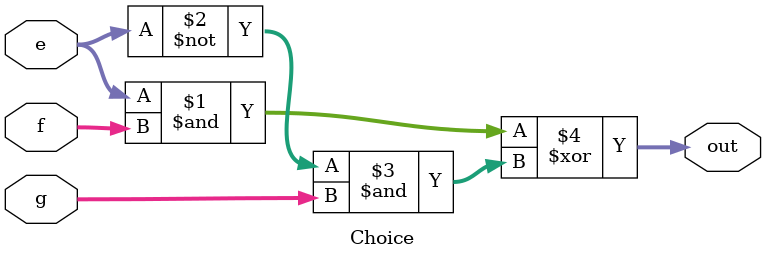
<source format=v>
module Choice (
    input  wire [31:0] e,   // Đầu vào thứ nhất
    input  wire [31:0] f,   // Đầu vào thứ hai
    input  wire [31:0] g,   // Đầu vào thứ ba
    output wire [31:0] out  // Đầu ra 32-bit
);

    // Tính toán hàm Choice
    assign out = (e & f) ^ (~e & g);

endmodule
</source>
